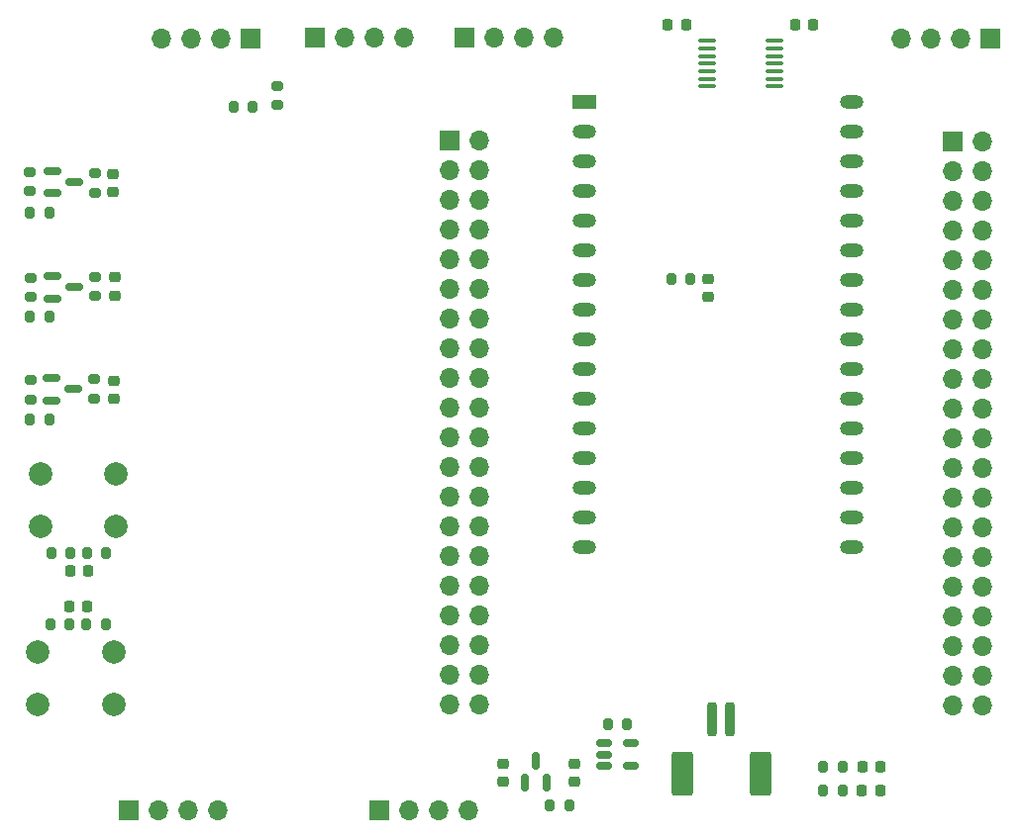
<source format=gbr>
%TF.GenerationSoftware,KiCad,Pcbnew,(7.0.0)*%
%TF.CreationDate,2024-01-22T14:48:16-03:00*%
%TF.ProjectId,ESP-EDU,4553502d-4544-4552-9e6b-696361645f70,rev?*%
%TF.SameCoordinates,Original*%
%TF.FileFunction,Soldermask,Top*%
%TF.FilePolarity,Negative*%
%FSLAX46Y46*%
G04 Gerber Fmt 4.6, Leading zero omitted, Abs format (unit mm)*
G04 Created by KiCad (PCBNEW (7.0.0)) date 2024-01-22 14:48:16*
%MOMM*%
%LPD*%
G01*
G04 APERTURE LIST*
G04 Aperture macros list*
%AMRoundRect*
0 Rectangle with rounded corners*
0 $1 Rounding radius*
0 $2 $3 $4 $5 $6 $7 $8 $9 X,Y pos of 4 corners*
0 Add a 4 corners polygon primitive as box body*
4,1,4,$2,$3,$4,$5,$6,$7,$8,$9,$2,$3,0*
0 Add four circle primitives for the rounded corners*
1,1,$1+$1,$2,$3*
1,1,$1+$1,$4,$5*
1,1,$1+$1,$6,$7*
1,1,$1+$1,$8,$9*
0 Add four rect primitives between the rounded corners*
20,1,$1+$1,$2,$3,$4,$5,0*
20,1,$1+$1,$4,$5,$6,$7,0*
20,1,$1+$1,$6,$7,$8,$9,0*
20,1,$1+$1,$8,$9,$2,$3,0*%
G04 Aperture macros list end*
%ADD10RoundRect,0.150000X-0.512500X-0.150000X0.512500X-0.150000X0.512500X0.150000X-0.512500X0.150000X0*%
%ADD11RoundRect,0.200000X-0.275000X0.200000X-0.275000X-0.200000X0.275000X-0.200000X0.275000X0.200000X0*%
%ADD12RoundRect,0.225000X-0.225000X-0.250000X0.225000X-0.250000X0.225000X0.250000X-0.225000X0.250000X0*%
%ADD13RoundRect,0.225000X0.225000X0.250000X-0.225000X0.250000X-0.225000X-0.250000X0.225000X-0.250000X0*%
%ADD14RoundRect,0.200000X-0.200000X-0.275000X0.200000X-0.275000X0.200000X0.275000X-0.200000X0.275000X0*%
%ADD15RoundRect,0.200000X0.200000X0.275000X-0.200000X0.275000X-0.200000X-0.275000X0.200000X-0.275000X0*%
%ADD16RoundRect,0.225000X-0.250000X0.225000X-0.250000X-0.225000X0.250000X-0.225000X0.250000X0.225000X0*%
%ADD17C,2.000000*%
%ADD18RoundRect,0.218750X-0.256250X0.218750X-0.256250X-0.218750X0.256250X-0.218750X0.256250X0.218750X0*%
%ADD19R,1.700000X1.700000*%
%ADD20O,1.700000X1.700000*%
%ADD21RoundRect,0.218750X-0.218750X-0.256250X0.218750X-0.256250X0.218750X0.256250X-0.218750X0.256250X0*%
%ADD22RoundRect,0.100000X-0.637500X-0.100000X0.637500X-0.100000X0.637500X0.100000X-0.637500X0.100000X0*%
%ADD23RoundRect,0.150000X-0.587500X-0.150000X0.587500X-0.150000X0.587500X0.150000X-0.587500X0.150000X0*%
%ADD24RoundRect,0.225000X0.250000X-0.225000X0.250000X0.225000X-0.250000X0.225000X-0.250000X-0.225000X0*%
%ADD25RoundRect,0.200000X0.275000X-0.200000X0.275000X0.200000X-0.275000X0.200000X-0.275000X-0.200000X0*%
%ADD26R,2.000000X1.200000*%
%ADD27O,2.000000X1.200000*%
%ADD28RoundRect,0.150000X0.150000X-0.587500X0.150000X0.587500X-0.150000X0.587500X-0.150000X-0.587500X0*%
%ADD29RoundRect,0.200000X-0.200000X-1.250000X0.200000X-1.250000X0.200000X1.250000X-0.200000X1.250000X0*%
%ADD30RoundRect,0.250000X-0.650000X-1.650000X0.650000X-1.650000X0.650000X1.650000X-0.650000X1.650000X0*%
G04 APERTURE END LIST*
D10*
%TO.C,U3*%
X136653000Y-102367000D03*
X136653000Y-103317000D03*
X136653000Y-104267000D03*
X138928000Y-104267000D03*
X138928000Y-102367000D03*
%TD*%
D11*
%TO.C,R3*%
X93091000Y-71221500D03*
X93091000Y-72871500D03*
%TD*%
D12*
%TO.C,C5*%
X153009000Y-40894000D03*
X154559000Y-40894000D03*
%TD*%
D13*
%TO.C,C2*%
X92469000Y-90672000D03*
X90919000Y-90672000D03*
%TD*%
D11*
%TO.C,R17*%
X93156000Y-53596000D03*
X93156000Y-55246000D03*
%TD*%
D14*
%TO.C,R27*%
X142380200Y-62636400D03*
X144030200Y-62636400D03*
%TD*%
%TO.C,R1*%
X89407000Y-86106000D03*
X91057000Y-86106000D03*
%TD*%
D15*
%TO.C,R23*%
X157035000Y-106426000D03*
X155385000Y-106426000D03*
%TD*%
D16*
%TO.C,C7*%
X128016000Y-104127000D03*
X128016000Y-105677000D03*
%TD*%
D17*
%TO.C,SW1*%
X88444000Y-79320000D03*
X94944000Y-79320000D03*
X88444000Y-83820000D03*
X94944000Y-83820000D03*
%TD*%
D15*
%TO.C,R7*%
X94043000Y-92202000D03*
X92393000Y-92202000D03*
%TD*%
D18*
%TO.C,D1*%
X94742000Y-71323000D03*
X94742000Y-72898000D03*
%TD*%
D19*
%TO.C,J5*%
X111951999Y-41999999D03*
D20*
X114491999Y-41999999D03*
X117031999Y-41999999D03*
X119571999Y-41999999D03*
%TD*%
D21*
%TO.C,D6*%
X158699000Y-106426000D03*
X160274000Y-106426000D03*
%TD*%
D19*
%TO.C,J8*%
X96011999Y-108076999D03*
D20*
X98551999Y-108076999D03*
X101091999Y-108076999D03*
X103631999Y-108076999D03*
%TD*%
D11*
%TO.C,R14*%
X93135750Y-62446500D03*
X93135750Y-64096500D03*
%TD*%
D22*
%TO.C,U2*%
X145473500Y-42246000D03*
X145473500Y-42896000D03*
X145473500Y-43546000D03*
X145473500Y-44196000D03*
X145473500Y-44846000D03*
X145473500Y-45496000D03*
X145473500Y-46146000D03*
X151198500Y-46146000D03*
X151198500Y-45496000D03*
X151198500Y-44846000D03*
X151198500Y-44196000D03*
X151198500Y-43546000D03*
X151198500Y-42896000D03*
X151198500Y-42246000D03*
%TD*%
D19*
%TO.C,J7*%
X106425999Y-42036999D03*
D20*
X103885999Y-42036999D03*
X101345999Y-42036999D03*
X98805999Y-42036999D03*
%TD*%
D14*
%TO.C,R12*%
X87588750Y-65876500D03*
X89238750Y-65876500D03*
%TD*%
D19*
%TO.C,J2*%
X166459999Y-50899999D03*
D20*
X168999999Y-50899999D03*
X166459999Y-53439999D03*
X168999999Y-53439999D03*
X166459999Y-55979999D03*
X168999999Y-55979999D03*
X166459999Y-58519999D03*
X168999999Y-58519999D03*
X166459999Y-61059999D03*
X168999999Y-61059999D03*
X166459999Y-63599999D03*
X168999999Y-63599999D03*
X166459999Y-66139999D03*
X168999999Y-66139999D03*
X166459999Y-68679999D03*
X168999999Y-68679999D03*
X166459999Y-71219999D03*
X168999999Y-71219999D03*
X166459999Y-73759999D03*
X168999999Y-73759999D03*
X166459999Y-76299999D03*
X168999999Y-76299999D03*
X166459999Y-78839999D03*
X168999999Y-78839999D03*
X166459999Y-81379999D03*
X168999999Y-81379999D03*
X166459999Y-83919999D03*
X168999999Y-83919999D03*
X166459999Y-86459999D03*
X168999999Y-86459999D03*
X166459999Y-88999999D03*
X168999999Y-88999999D03*
X166459999Y-91539999D03*
X168999999Y-91539999D03*
X166459999Y-94079999D03*
X168999999Y-94079999D03*
X166459999Y-96619999D03*
X168999999Y-96619999D03*
X166459999Y-99159999D03*
X168999999Y-99159999D03*
%TD*%
D14*
%TO.C,R6*%
X89317000Y-92202000D03*
X90967000Y-92202000D03*
%TD*%
D15*
%TO.C,R24*%
X138620000Y-100711000D03*
X136970000Y-100711000D03*
%TD*%
D23*
%TO.C,Q1*%
X89414500Y-71110500D03*
X89414500Y-73010500D03*
X91289500Y-72060500D03*
%TD*%
D16*
%TO.C,C9*%
X145542000Y-62610400D03*
X145542000Y-64160400D03*
%TD*%
D19*
%TO.C,J4*%
X124691999Y-41999999D03*
D20*
X127231999Y-41999999D03*
X129771999Y-41999999D03*
X132311999Y-41999999D03*
%TD*%
D24*
%TO.C,C6*%
X134112000Y-105664000D03*
X134112000Y-104114000D03*
%TD*%
D14*
%TO.C,R15*%
X87568000Y-56961000D03*
X89218000Y-56961000D03*
%TD*%
D23*
%TO.C,Q3*%
X89497000Y-53406000D03*
X89497000Y-55306000D03*
X91372000Y-54356000D03*
%TD*%
D14*
%TO.C,R5*%
X87567000Y-74650500D03*
X89217000Y-74650500D03*
%TD*%
D15*
%TO.C,R22*%
X157035000Y-104394000D03*
X155385000Y-104394000D03*
%TD*%
D18*
%TO.C,D2*%
X94786750Y-62484000D03*
X94786750Y-64059000D03*
%TD*%
D11*
%TO.C,R25*%
X108712000Y-46102000D03*
X108712000Y-47752000D03*
%TD*%
D25*
%TO.C,R16*%
X87568000Y-55119000D03*
X87568000Y-53469000D03*
%TD*%
D13*
%TO.C,C8*%
X143663000Y-40894000D03*
X142113000Y-40894000D03*
%TD*%
D25*
%TO.C,R13*%
X87651750Y-64161500D03*
X87651750Y-62511500D03*
%TD*%
D19*
%TO.C,J9*%
X169661999Y-42036999D03*
D20*
X167121999Y-42036999D03*
X164581999Y-42036999D03*
X162041999Y-42036999D03*
%TD*%
D26*
%TO.C,U1*%
X134999999Y-47439999D03*
D27*
X134999999Y-49979999D03*
X134999999Y-52519999D03*
X134999999Y-55059999D03*
X134999999Y-57599999D03*
X134999999Y-60139999D03*
X134999999Y-62679999D03*
X134999999Y-65219999D03*
X134999999Y-67759999D03*
X134999999Y-70299999D03*
X134999999Y-72839999D03*
X134999999Y-75379999D03*
X134999999Y-77919999D03*
X134999999Y-80459999D03*
X134999999Y-82999999D03*
X134999999Y-85539999D03*
X157859999Y-85539999D03*
X157859999Y-82999999D03*
X157859999Y-80459999D03*
X157859999Y-77919999D03*
X157859999Y-75379999D03*
X157859999Y-72839999D03*
X157859999Y-70299999D03*
X157859999Y-67759999D03*
X157859999Y-65219999D03*
X157859999Y-62679999D03*
X157859999Y-60139999D03*
X157859999Y-57599999D03*
X157859999Y-55059999D03*
X157859999Y-52519999D03*
X157859999Y-49979999D03*
X157859999Y-47439999D03*
%TD*%
D18*
%TO.C,D3*%
X94680000Y-53633500D03*
X94680000Y-55208500D03*
%TD*%
D28*
%TO.C,Q5*%
X129860000Y-105748000D03*
X131760000Y-105748000D03*
X130810000Y-103873000D03*
%TD*%
D17*
%TO.C,SW2*%
X88242000Y-94560000D03*
X94742000Y-94560000D03*
X88242000Y-99060000D03*
X94742000Y-99060000D03*
%TD*%
D15*
%TO.C,R26*%
X106616000Y-47879000D03*
X104966000Y-47879000D03*
%TD*%
D19*
%TO.C,J1*%
X123459999Y-50739999D03*
D20*
X125999999Y-50739999D03*
X123459999Y-53279999D03*
X125999999Y-53279999D03*
X123459999Y-55819999D03*
X125999999Y-55819999D03*
X123459999Y-58359999D03*
X125999999Y-58359999D03*
X123459999Y-60899999D03*
X125999999Y-60899999D03*
X123459999Y-63439999D03*
X125999999Y-63439999D03*
X123459999Y-65979999D03*
X125999999Y-65979999D03*
X123459999Y-68519999D03*
X125999999Y-68519999D03*
X123459999Y-71059999D03*
X125999999Y-71059999D03*
X123459999Y-73599999D03*
X125999999Y-73599999D03*
X123459999Y-76139999D03*
X125999999Y-76139999D03*
X123459999Y-78679999D03*
X125999999Y-78679999D03*
X123459999Y-81219999D03*
X125999999Y-81219999D03*
X123459999Y-83759999D03*
X125999999Y-83759999D03*
X123459999Y-86299999D03*
X125999999Y-86299999D03*
X123459999Y-88839999D03*
X125999999Y-88839999D03*
X123459999Y-91379999D03*
X125999999Y-91379999D03*
X123459999Y-93919999D03*
X125999999Y-93919999D03*
X123459999Y-96459999D03*
X125999999Y-96459999D03*
X123459999Y-98999999D03*
X125999999Y-98999999D03*
%TD*%
D23*
%TO.C,Q2*%
X89452750Y-62387500D03*
X89452750Y-64287500D03*
X91327750Y-63337500D03*
%TD*%
D29*
%TO.C,J3*%
X145900000Y-100300000D03*
X147400000Y-100300000D03*
D30*
X143300000Y-105000000D03*
X150000000Y-105000000D03*
%TD*%
D15*
%TO.C,R2*%
X94105000Y-86106000D03*
X92455000Y-86106000D03*
%TD*%
D19*
%TO.C,J6*%
X117474999Y-108076999D03*
D20*
X120014999Y-108076999D03*
X122554999Y-108076999D03*
X125094999Y-108076999D03*
%TD*%
D21*
%TO.C,D5*%
X158724500Y-104394000D03*
X160299500Y-104394000D03*
%TD*%
D14*
%TO.C,R21*%
X132017000Y-107683000D03*
X133667000Y-107683000D03*
%TD*%
D25*
%TO.C,R4*%
X87630000Y-72935500D03*
X87630000Y-71285500D03*
%TD*%
D12*
%TO.C,C1*%
X90981000Y-87630000D03*
X92531000Y-87630000D03*
%TD*%
M02*

</source>
